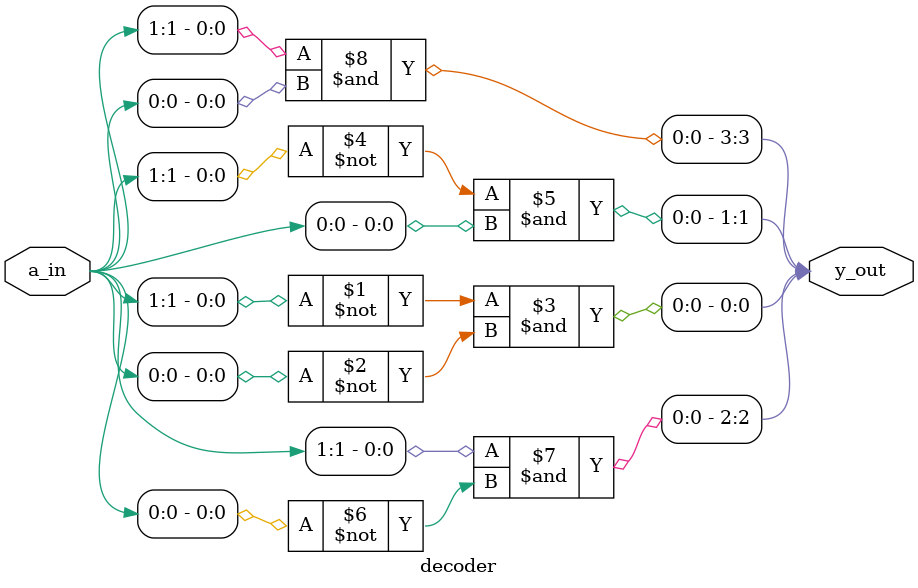
<source format=v>
module decoder(input [1:0] a_in, output [3:0] y_out);

assign y_out[0] = ~a_in[1] & ~a_in[0];
assign y_out[1] = ~a_in[1] &  a_in[0];
assign y_out[2] =  a_in[1] & ~a_in[0];
assign y_out[3] =  a_in[1] &  a_in[0];

endmodule


</source>
